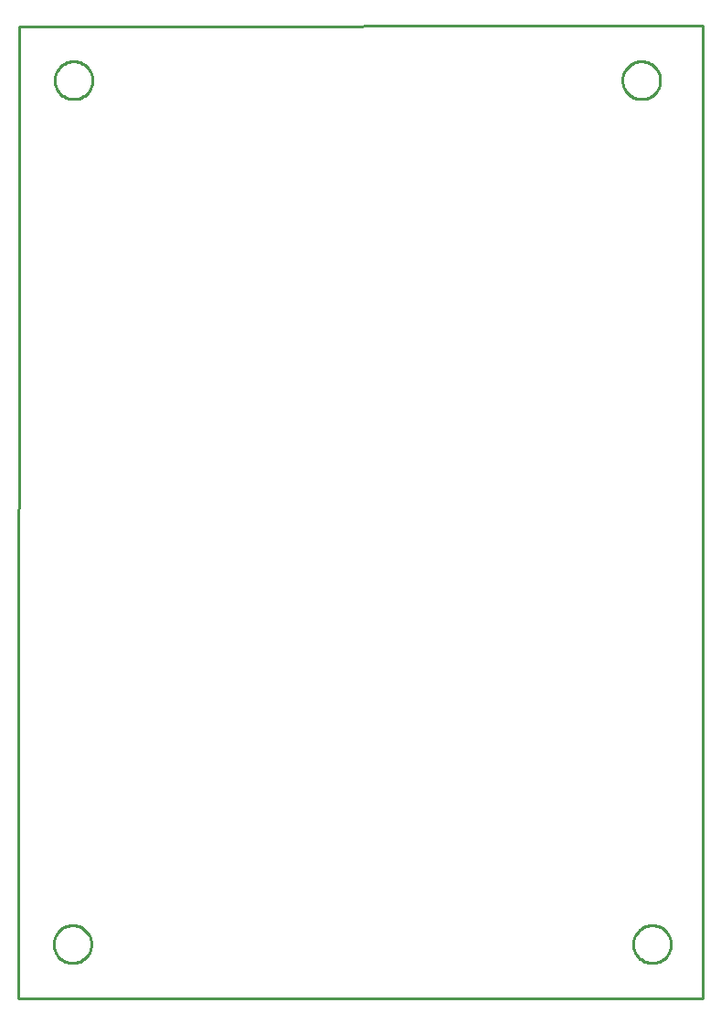
<source format=gko>
G04 EAGLE Gerber RS-274X export*
G75*
%MOMM*%
%FSLAX34Y34*%
%LPD*%
%INBoard Outline*%
%IPPOS*%
%AMOC8*
5,1,8,0,0,1.08239X$1,22.5*%
G01*
%ADD10C,0.000000*%
%ADD11C,0.254000*%


D10*
X-67000Y-85D02*
X567000Y0D01*
X566849Y900630D01*
X-66274Y900169D01*
X-67000Y-85D01*
X492500Y850000D02*
X492505Y850429D01*
X492521Y850859D01*
X492547Y851287D01*
X492584Y851715D01*
X492632Y852142D01*
X492689Y852568D01*
X492758Y852992D01*
X492836Y853414D01*
X492925Y853834D01*
X493024Y854252D01*
X493134Y854667D01*
X493254Y855080D01*
X493383Y855489D01*
X493523Y855896D01*
X493673Y856298D01*
X493832Y856697D01*
X494001Y857092D01*
X494180Y857482D01*
X494369Y857868D01*
X494566Y858249D01*
X494773Y858626D01*
X494990Y858997D01*
X495215Y859362D01*
X495449Y859722D01*
X495692Y860077D01*
X495944Y860425D01*
X496204Y860767D01*
X496472Y861102D01*
X496749Y861431D01*
X497033Y861752D01*
X497326Y862067D01*
X497626Y862374D01*
X497933Y862674D01*
X498248Y862967D01*
X498569Y863251D01*
X498898Y863528D01*
X499233Y863796D01*
X499575Y864056D01*
X499923Y864308D01*
X500278Y864551D01*
X500638Y864785D01*
X501003Y865010D01*
X501374Y865227D01*
X501751Y865434D01*
X502132Y865631D01*
X502518Y865820D01*
X502908Y865999D01*
X503303Y866168D01*
X503702Y866327D01*
X504104Y866477D01*
X504511Y866617D01*
X504920Y866746D01*
X505333Y866866D01*
X505748Y866976D01*
X506166Y867075D01*
X506586Y867164D01*
X507008Y867242D01*
X507432Y867311D01*
X507858Y867368D01*
X508285Y867416D01*
X508713Y867453D01*
X509141Y867479D01*
X509571Y867495D01*
X510000Y867500D01*
X510429Y867495D01*
X510859Y867479D01*
X511287Y867453D01*
X511715Y867416D01*
X512142Y867368D01*
X512568Y867311D01*
X512992Y867242D01*
X513414Y867164D01*
X513834Y867075D01*
X514252Y866976D01*
X514667Y866866D01*
X515080Y866746D01*
X515489Y866617D01*
X515896Y866477D01*
X516298Y866327D01*
X516697Y866168D01*
X517092Y865999D01*
X517482Y865820D01*
X517868Y865631D01*
X518249Y865434D01*
X518626Y865227D01*
X518997Y865010D01*
X519362Y864785D01*
X519722Y864551D01*
X520077Y864308D01*
X520425Y864056D01*
X520767Y863796D01*
X521102Y863528D01*
X521431Y863251D01*
X521752Y862967D01*
X522067Y862674D01*
X522374Y862374D01*
X522674Y862067D01*
X522967Y861752D01*
X523251Y861431D01*
X523528Y861102D01*
X523796Y860767D01*
X524056Y860425D01*
X524308Y860077D01*
X524551Y859722D01*
X524785Y859362D01*
X525010Y858997D01*
X525227Y858626D01*
X525434Y858249D01*
X525631Y857868D01*
X525820Y857482D01*
X525999Y857092D01*
X526168Y856697D01*
X526327Y856298D01*
X526477Y855896D01*
X526617Y855489D01*
X526746Y855080D01*
X526866Y854667D01*
X526976Y854252D01*
X527075Y853834D01*
X527164Y853414D01*
X527242Y852992D01*
X527311Y852568D01*
X527368Y852142D01*
X527416Y851715D01*
X527453Y851287D01*
X527479Y850859D01*
X527495Y850429D01*
X527500Y850000D01*
X527495Y849571D01*
X527479Y849141D01*
X527453Y848713D01*
X527416Y848285D01*
X527368Y847858D01*
X527311Y847432D01*
X527242Y847008D01*
X527164Y846586D01*
X527075Y846166D01*
X526976Y845748D01*
X526866Y845333D01*
X526746Y844920D01*
X526617Y844511D01*
X526477Y844104D01*
X526327Y843702D01*
X526168Y843303D01*
X525999Y842908D01*
X525820Y842518D01*
X525631Y842132D01*
X525434Y841751D01*
X525227Y841374D01*
X525010Y841003D01*
X524785Y840638D01*
X524551Y840278D01*
X524308Y839923D01*
X524056Y839575D01*
X523796Y839233D01*
X523528Y838898D01*
X523251Y838569D01*
X522967Y838248D01*
X522674Y837933D01*
X522374Y837626D01*
X522067Y837326D01*
X521752Y837033D01*
X521431Y836749D01*
X521102Y836472D01*
X520767Y836204D01*
X520425Y835944D01*
X520077Y835692D01*
X519722Y835449D01*
X519362Y835215D01*
X518997Y834990D01*
X518626Y834773D01*
X518249Y834566D01*
X517868Y834369D01*
X517482Y834180D01*
X517092Y834001D01*
X516697Y833832D01*
X516298Y833673D01*
X515896Y833523D01*
X515489Y833383D01*
X515080Y833254D01*
X514667Y833134D01*
X514252Y833024D01*
X513834Y832925D01*
X513414Y832836D01*
X512992Y832758D01*
X512568Y832689D01*
X512142Y832632D01*
X511715Y832584D01*
X511287Y832547D01*
X510859Y832521D01*
X510429Y832505D01*
X510000Y832500D01*
X509571Y832505D01*
X509141Y832521D01*
X508713Y832547D01*
X508285Y832584D01*
X507858Y832632D01*
X507432Y832689D01*
X507008Y832758D01*
X506586Y832836D01*
X506166Y832925D01*
X505748Y833024D01*
X505333Y833134D01*
X504920Y833254D01*
X504511Y833383D01*
X504104Y833523D01*
X503702Y833673D01*
X503303Y833832D01*
X502908Y834001D01*
X502518Y834180D01*
X502132Y834369D01*
X501751Y834566D01*
X501374Y834773D01*
X501003Y834990D01*
X500638Y835215D01*
X500278Y835449D01*
X499923Y835692D01*
X499575Y835944D01*
X499233Y836204D01*
X498898Y836472D01*
X498569Y836749D01*
X498248Y837033D01*
X497933Y837326D01*
X497626Y837626D01*
X497326Y837933D01*
X497033Y838248D01*
X496749Y838569D01*
X496472Y838898D01*
X496204Y839233D01*
X495944Y839575D01*
X495692Y839923D01*
X495449Y840278D01*
X495215Y840638D01*
X494990Y841003D01*
X494773Y841374D01*
X494566Y841751D01*
X494369Y842132D01*
X494180Y842518D01*
X494001Y842908D01*
X493832Y843303D01*
X493673Y843702D01*
X493523Y844104D01*
X493383Y844511D01*
X493254Y844920D01*
X493134Y845333D01*
X493024Y845748D01*
X492925Y846166D01*
X492836Y846586D01*
X492758Y847008D01*
X492689Y847432D01*
X492632Y847858D01*
X492584Y848285D01*
X492547Y848713D01*
X492521Y849141D01*
X492505Y849571D01*
X492500Y850000D01*
X-33500Y850000D02*
X-33495Y850429D01*
X-33479Y850859D01*
X-33453Y851287D01*
X-33416Y851715D01*
X-33368Y852142D01*
X-33311Y852568D01*
X-33242Y852992D01*
X-33164Y853414D01*
X-33075Y853834D01*
X-32976Y854252D01*
X-32866Y854667D01*
X-32746Y855080D01*
X-32617Y855489D01*
X-32477Y855896D01*
X-32327Y856298D01*
X-32168Y856697D01*
X-31999Y857092D01*
X-31820Y857482D01*
X-31631Y857868D01*
X-31434Y858249D01*
X-31227Y858626D01*
X-31010Y858997D01*
X-30785Y859362D01*
X-30551Y859722D01*
X-30308Y860077D01*
X-30056Y860425D01*
X-29796Y860767D01*
X-29528Y861102D01*
X-29251Y861431D01*
X-28967Y861752D01*
X-28674Y862067D01*
X-28374Y862374D01*
X-28067Y862674D01*
X-27752Y862967D01*
X-27431Y863251D01*
X-27102Y863528D01*
X-26767Y863796D01*
X-26425Y864056D01*
X-26077Y864308D01*
X-25722Y864551D01*
X-25362Y864785D01*
X-24997Y865010D01*
X-24626Y865227D01*
X-24249Y865434D01*
X-23868Y865631D01*
X-23482Y865820D01*
X-23092Y865999D01*
X-22697Y866168D01*
X-22298Y866327D01*
X-21896Y866477D01*
X-21489Y866617D01*
X-21080Y866746D01*
X-20667Y866866D01*
X-20252Y866976D01*
X-19834Y867075D01*
X-19414Y867164D01*
X-18992Y867242D01*
X-18568Y867311D01*
X-18142Y867368D01*
X-17715Y867416D01*
X-17287Y867453D01*
X-16859Y867479D01*
X-16429Y867495D01*
X-16000Y867500D01*
X-15571Y867495D01*
X-15141Y867479D01*
X-14713Y867453D01*
X-14285Y867416D01*
X-13858Y867368D01*
X-13432Y867311D01*
X-13008Y867242D01*
X-12586Y867164D01*
X-12166Y867075D01*
X-11748Y866976D01*
X-11333Y866866D01*
X-10920Y866746D01*
X-10511Y866617D01*
X-10104Y866477D01*
X-9702Y866327D01*
X-9303Y866168D01*
X-8908Y865999D01*
X-8518Y865820D01*
X-8132Y865631D01*
X-7751Y865434D01*
X-7374Y865227D01*
X-7003Y865010D01*
X-6638Y864785D01*
X-6278Y864551D01*
X-5923Y864308D01*
X-5575Y864056D01*
X-5233Y863796D01*
X-4898Y863528D01*
X-4569Y863251D01*
X-4248Y862967D01*
X-3933Y862674D01*
X-3626Y862374D01*
X-3326Y862067D01*
X-3033Y861752D01*
X-2749Y861431D01*
X-2472Y861102D01*
X-2204Y860767D01*
X-1944Y860425D01*
X-1692Y860077D01*
X-1449Y859722D01*
X-1215Y859362D01*
X-990Y858997D01*
X-773Y858626D01*
X-566Y858249D01*
X-369Y857868D01*
X-180Y857482D01*
X-1Y857092D01*
X168Y856697D01*
X327Y856298D01*
X477Y855896D01*
X617Y855489D01*
X746Y855080D01*
X866Y854667D01*
X976Y854252D01*
X1075Y853834D01*
X1164Y853414D01*
X1242Y852992D01*
X1311Y852568D01*
X1368Y852142D01*
X1416Y851715D01*
X1453Y851287D01*
X1479Y850859D01*
X1495Y850429D01*
X1500Y850000D01*
X1495Y849571D01*
X1479Y849141D01*
X1453Y848713D01*
X1416Y848285D01*
X1368Y847858D01*
X1311Y847432D01*
X1242Y847008D01*
X1164Y846586D01*
X1075Y846166D01*
X976Y845748D01*
X866Y845333D01*
X746Y844920D01*
X617Y844511D01*
X477Y844104D01*
X327Y843702D01*
X168Y843303D01*
X-1Y842908D01*
X-180Y842518D01*
X-369Y842132D01*
X-566Y841751D01*
X-773Y841374D01*
X-990Y841003D01*
X-1215Y840638D01*
X-1449Y840278D01*
X-1692Y839923D01*
X-1944Y839575D01*
X-2204Y839233D01*
X-2472Y838898D01*
X-2749Y838569D01*
X-3033Y838248D01*
X-3326Y837933D01*
X-3626Y837626D01*
X-3933Y837326D01*
X-4248Y837033D01*
X-4569Y836749D01*
X-4898Y836472D01*
X-5233Y836204D01*
X-5575Y835944D01*
X-5923Y835692D01*
X-6278Y835449D01*
X-6638Y835215D01*
X-7003Y834990D01*
X-7374Y834773D01*
X-7751Y834566D01*
X-8132Y834369D01*
X-8518Y834180D01*
X-8908Y834001D01*
X-9303Y833832D01*
X-9702Y833673D01*
X-10104Y833523D01*
X-10511Y833383D01*
X-10920Y833254D01*
X-11333Y833134D01*
X-11748Y833024D01*
X-12166Y832925D01*
X-12586Y832836D01*
X-13008Y832758D01*
X-13432Y832689D01*
X-13858Y832632D01*
X-14285Y832584D01*
X-14713Y832547D01*
X-15141Y832521D01*
X-15571Y832505D01*
X-16000Y832500D01*
X-16429Y832505D01*
X-16859Y832521D01*
X-17287Y832547D01*
X-17715Y832584D01*
X-18142Y832632D01*
X-18568Y832689D01*
X-18992Y832758D01*
X-19414Y832836D01*
X-19834Y832925D01*
X-20252Y833024D01*
X-20667Y833134D01*
X-21080Y833254D01*
X-21489Y833383D01*
X-21896Y833523D01*
X-22298Y833673D01*
X-22697Y833832D01*
X-23092Y834001D01*
X-23482Y834180D01*
X-23868Y834369D01*
X-24249Y834566D01*
X-24626Y834773D01*
X-24997Y834990D01*
X-25362Y835215D01*
X-25722Y835449D01*
X-26077Y835692D01*
X-26425Y835944D01*
X-26767Y836204D01*
X-27102Y836472D01*
X-27431Y836749D01*
X-27752Y837033D01*
X-28067Y837326D01*
X-28374Y837626D01*
X-28674Y837933D01*
X-28967Y838248D01*
X-29251Y838569D01*
X-29528Y838898D01*
X-29796Y839233D01*
X-30056Y839575D01*
X-30308Y839923D01*
X-30551Y840278D01*
X-30785Y840638D01*
X-31010Y841003D01*
X-31227Y841374D01*
X-31434Y841751D01*
X-31631Y842132D01*
X-31820Y842518D01*
X-31999Y842908D01*
X-32168Y843303D01*
X-32327Y843702D01*
X-32477Y844104D01*
X-32617Y844511D01*
X-32746Y844920D01*
X-32866Y845333D01*
X-32976Y845748D01*
X-33075Y846166D01*
X-33164Y846586D01*
X-33242Y847008D01*
X-33311Y847432D01*
X-33368Y847858D01*
X-33416Y848285D01*
X-33453Y848713D01*
X-33479Y849141D01*
X-33495Y849571D01*
X-33500Y850000D01*
X-34500Y50000D02*
X-34495Y50429D01*
X-34479Y50859D01*
X-34453Y51287D01*
X-34416Y51715D01*
X-34368Y52142D01*
X-34311Y52568D01*
X-34242Y52992D01*
X-34164Y53414D01*
X-34075Y53834D01*
X-33976Y54252D01*
X-33866Y54667D01*
X-33746Y55080D01*
X-33617Y55489D01*
X-33477Y55896D01*
X-33327Y56298D01*
X-33168Y56697D01*
X-32999Y57092D01*
X-32820Y57482D01*
X-32631Y57868D01*
X-32434Y58249D01*
X-32227Y58626D01*
X-32010Y58997D01*
X-31785Y59362D01*
X-31551Y59722D01*
X-31308Y60077D01*
X-31056Y60425D01*
X-30796Y60767D01*
X-30528Y61102D01*
X-30251Y61431D01*
X-29967Y61752D01*
X-29674Y62067D01*
X-29374Y62374D01*
X-29067Y62674D01*
X-28752Y62967D01*
X-28431Y63251D01*
X-28102Y63528D01*
X-27767Y63796D01*
X-27425Y64056D01*
X-27077Y64308D01*
X-26722Y64551D01*
X-26362Y64785D01*
X-25997Y65010D01*
X-25626Y65227D01*
X-25249Y65434D01*
X-24868Y65631D01*
X-24482Y65820D01*
X-24092Y65999D01*
X-23697Y66168D01*
X-23298Y66327D01*
X-22896Y66477D01*
X-22489Y66617D01*
X-22080Y66746D01*
X-21667Y66866D01*
X-21252Y66976D01*
X-20834Y67075D01*
X-20414Y67164D01*
X-19992Y67242D01*
X-19568Y67311D01*
X-19142Y67368D01*
X-18715Y67416D01*
X-18287Y67453D01*
X-17859Y67479D01*
X-17429Y67495D01*
X-17000Y67500D01*
X-16571Y67495D01*
X-16141Y67479D01*
X-15713Y67453D01*
X-15285Y67416D01*
X-14858Y67368D01*
X-14432Y67311D01*
X-14008Y67242D01*
X-13586Y67164D01*
X-13166Y67075D01*
X-12748Y66976D01*
X-12333Y66866D01*
X-11920Y66746D01*
X-11511Y66617D01*
X-11104Y66477D01*
X-10702Y66327D01*
X-10303Y66168D01*
X-9908Y65999D01*
X-9518Y65820D01*
X-9132Y65631D01*
X-8751Y65434D01*
X-8374Y65227D01*
X-8003Y65010D01*
X-7638Y64785D01*
X-7278Y64551D01*
X-6923Y64308D01*
X-6575Y64056D01*
X-6233Y63796D01*
X-5898Y63528D01*
X-5569Y63251D01*
X-5248Y62967D01*
X-4933Y62674D01*
X-4626Y62374D01*
X-4326Y62067D01*
X-4033Y61752D01*
X-3749Y61431D01*
X-3472Y61102D01*
X-3204Y60767D01*
X-2944Y60425D01*
X-2692Y60077D01*
X-2449Y59722D01*
X-2215Y59362D01*
X-1990Y58997D01*
X-1773Y58626D01*
X-1566Y58249D01*
X-1369Y57868D01*
X-1180Y57482D01*
X-1001Y57092D01*
X-832Y56697D01*
X-673Y56298D01*
X-523Y55896D01*
X-383Y55489D01*
X-254Y55080D01*
X-134Y54667D01*
X-24Y54252D01*
X75Y53834D01*
X164Y53414D01*
X242Y52992D01*
X311Y52568D01*
X368Y52142D01*
X416Y51715D01*
X453Y51287D01*
X479Y50859D01*
X495Y50429D01*
X500Y50000D01*
X495Y49571D01*
X479Y49141D01*
X453Y48713D01*
X416Y48285D01*
X368Y47858D01*
X311Y47432D01*
X242Y47008D01*
X164Y46586D01*
X75Y46166D01*
X-24Y45748D01*
X-134Y45333D01*
X-254Y44920D01*
X-383Y44511D01*
X-523Y44104D01*
X-673Y43702D01*
X-832Y43303D01*
X-1001Y42908D01*
X-1180Y42518D01*
X-1369Y42132D01*
X-1566Y41751D01*
X-1773Y41374D01*
X-1990Y41003D01*
X-2215Y40638D01*
X-2449Y40278D01*
X-2692Y39923D01*
X-2944Y39575D01*
X-3204Y39233D01*
X-3472Y38898D01*
X-3749Y38569D01*
X-4033Y38248D01*
X-4326Y37933D01*
X-4626Y37626D01*
X-4933Y37326D01*
X-5248Y37033D01*
X-5569Y36749D01*
X-5898Y36472D01*
X-6233Y36204D01*
X-6575Y35944D01*
X-6923Y35692D01*
X-7278Y35449D01*
X-7638Y35215D01*
X-8003Y34990D01*
X-8374Y34773D01*
X-8751Y34566D01*
X-9132Y34369D01*
X-9518Y34180D01*
X-9908Y34001D01*
X-10303Y33832D01*
X-10702Y33673D01*
X-11104Y33523D01*
X-11511Y33383D01*
X-11920Y33254D01*
X-12333Y33134D01*
X-12748Y33024D01*
X-13166Y32925D01*
X-13586Y32836D01*
X-14008Y32758D01*
X-14432Y32689D01*
X-14858Y32632D01*
X-15285Y32584D01*
X-15713Y32547D01*
X-16141Y32521D01*
X-16571Y32505D01*
X-17000Y32500D01*
X-17429Y32505D01*
X-17859Y32521D01*
X-18287Y32547D01*
X-18715Y32584D01*
X-19142Y32632D01*
X-19568Y32689D01*
X-19992Y32758D01*
X-20414Y32836D01*
X-20834Y32925D01*
X-21252Y33024D01*
X-21667Y33134D01*
X-22080Y33254D01*
X-22489Y33383D01*
X-22896Y33523D01*
X-23298Y33673D01*
X-23697Y33832D01*
X-24092Y34001D01*
X-24482Y34180D01*
X-24868Y34369D01*
X-25249Y34566D01*
X-25626Y34773D01*
X-25997Y34990D01*
X-26362Y35215D01*
X-26722Y35449D01*
X-27077Y35692D01*
X-27425Y35944D01*
X-27767Y36204D01*
X-28102Y36472D01*
X-28431Y36749D01*
X-28752Y37033D01*
X-29067Y37326D01*
X-29374Y37626D01*
X-29674Y37933D01*
X-29967Y38248D01*
X-30251Y38569D01*
X-30528Y38898D01*
X-30796Y39233D01*
X-31056Y39575D01*
X-31308Y39923D01*
X-31551Y40278D01*
X-31785Y40638D01*
X-32010Y41003D01*
X-32227Y41374D01*
X-32434Y41751D01*
X-32631Y42132D01*
X-32820Y42518D01*
X-32999Y42908D01*
X-33168Y43303D01*
X-33327Y43702D01*
X-33477Y44104D01*
X-33617Y44511D01*
X-33746Y44920D01*
X-33866Y45333D01*
X-33976Y45748D01*
X-34075Y46166D01*
X-34164Y46586D01*
X-34242Y47008D01*
X-34311Y47432D01*
X-34368Y47858D01*
X-34416Y48285D01*
X-34453Y48713D01*
X-34479Y49141D01*
X-34495Y49571D01*
X-34500Y50000D01*
X502500Y50000D02*
X502505Y50429D01*
X502521Y50859D01*
X502547Y51287D01*
X502584Y51715D01*
X502632Y52142D01*
X502689Y52568D01*
X502758Y52992D01*
X502836Y53414D01*
X502925Y53834D01*
X503024Y54252D01*
X503134Y54667D01*
X503254Y55080D01*
X503383Y55489D01*
X503523Y55896D01*
X503673Y56298D01*
X503832Y56697D01*
X504001Y57092D01*
X504180Y57482D01*
X504369Y57868D01*
X504566Y58249D01*
X504773Y58626D01*
X504990Y58997D01*
X505215Y59362D01*
X505449Y59722D01*
X505692Y60077D01*
X505944Y60425D01*
X506204Y60767D01*
X506472Y61102D01*
X506749Y61431D01*
X507033Y61752D01*
X507326Y62067D01*
X507626Y62374D01*
X507933Y62674D01*
X508248Y62967D01*
X508569Y63251D01*
X508898Y63528D01*
X509233Y63796D01*
X509575Y64056D01*
X509923Y64308D01*
X510278Y64551D01*
X510638Y64785D01*
X511003Y65010D01*
X511374Y65227D01*
X511751Y65434D01*
X512132Y65631D01*
X512518Y65820D01*
X512908Y65999D01*
X513303Y66168D01*
X513702Y66327D01*
X514104Y66477D01*
X514511Y66617D01*
X514920Y66746D01*
X515333Y66866D01*
X515748Y66976D01*
X516166Y67075D01*
X516586Y67164D01*
X517008Y67242D01*
X517432Y67311D01*
X517858Y67368D01*
X518285Y67416D01*
X518713Y67453D01*
X519141Y67479D01*
X519571Y67495D01*
X520000Y67500D01*
X520429Y67495D01*
X520859Y67479D01*
X521287Y67453D01*
X521715Y67416D01*
X522142Y67368D01*
X522568Y67311D01*
X522992Y67242D01*
X523414Y67164D01*
X523834Y67075D01*
X524252Y66976D01*
X524667Y66866D01*
X525080Y66746D01*
X525489Y66617D01*
X525896Y66477D01*
X526298Y66327D01*
X526697Y66168D01*
X527092Y65999D01*
X527482Y65820D01*
X527868Y65631D01*
X528249Y65434D01*
X528626Y65227D01*
X528997Y65010D01*
X529362Y64785D01*
X529722Y64551D01*
X530077Y64308D01*
X530425Y64056D01*
X530767Y63796D01*
X531102Y63528D01*
X531431Y63251D01*
X531752Y62967D01*
X532067Y62674D01*
X532374Y62374D01*
X532674Y62067D01*
X532967Y61752D01*
X533251Y61431D01*
X533528Y61102D01*
X533796Y60767D01*
X534056Y60425D01*
X534308Y60077D01*
X534551Y59722D01*
X534785Y59362D01*
X535010Y58997D01*
X535227Y58626D01*
X535434Y58249D01*
X535631Y57868D01*
X535820Y57482D01*
X535999Y57092D01*
X536168Y56697D01*
X536327Y56298D01*
X536477Y55896D01*
X536617Y55489D01*
X536746Y55080D01*
X536866Y54667D01*
X536976Y54252D01*
X537075Y53834D01*
X537164Y53414D01*
X537242Y52992D01*
X537311Y52568D01*
X537368Y52142D01*
X537416Y51715D01*
X537453Y51287D01*
X537479Y50859D01*
X537495Y50429D01*
X537500Y50000D01*
X537495Y49571D01*
X537479Y49141D01*
X537453Y48713D01*
X537416Y48285D01*
X537368Y47858D01*
X537311Y47432D01*
X537242Y47008D01*
X537164Y46586D01*
X537075Y46166D01*
X536976Y45748D01*
X536866Y45333D01*
X536746Y44920D01*
X536617Y44511D01*
X536477Y44104D01*
X536327Y43702D01*
X536168Y43303D01*
X535999Y42908D01*
X535820Y42518D01*
X535631Y42132D01*
X535434Y41751D01*
X535227Y41374D01*
X535010Y41003D01*
X534785Y40638D01*
X534551Y40278D01*
X534308Y39923D01*
X534056Y39575D01*
X533796Y39233D01*
X533528Y38898D01*
X533251Y38569D01*
X532967Y38248D01*
X532674Y37933D01*
X532374Y37626D01*
X532067Y37326D01*
X531752Y37033D01*
X531431Y36749D01*
X531102Y36472D01*
X530767Y36204D01*
X530425Y35944D01*
X530077Y35692D01*
X529722Y35449D01*
X529362Y35215D01*
X528997Y34990D01*
X528626Y34773D01*
X528249Y34566D01*
X527868Y34369D01*
X527482Y34180D01*
X527092Y34001D01*
X526697Y33832D01*
X526298Y33673D01*
X525896Y33523D01*
X525489Y33383D01*
X525080Y33254D01*
X524667Y33134D01*
X524252Y33024D01*
X523834Y32925D01*
X523414Y32836D01*
X522992Y32758D01*
X522568Y32689D01*
X522142Y32632D01*
X521715Y32584D01*
X521287Y32547D01*
X520859Y32521D01*
X520429Y32505D01*
X520000Y32500D01*
X519571Y32505D01*
X519141Y32521D01*
X518713Y32547D01*
X518285Y32584D01*
X517858Y32632D01*
X517432Y32689D01*
X517008Y32758D01*
X516586Y32836D01*
X516166Y32925D01*
X515748Y33024D01*
X515333Y33134D01*
X514920Y33254D01*
X514511Y33383D01*
X514104Y33523D01*
X513702Y33673D01*
X513303Y33832D01*
X512908Y34001D01*
X512518Y34180D01*
X512132Y34369D01*
X511751Y34566D01*
X511374Y34773D01*
X511003Y34990D01*
X510638Y35215D01*
X510278Y35449D01*
X509923Y35692D01*
X509575Y35944D01*
X509233Y36204D01*
X508898Y36472D01*
X508569Y36749D01*
X508248Y37033D01*
X507933Y37326D01*
X507626Y37626D01*
X507326Y37933D01*
X507033Y38248D01*
X506749Y38569D01*
X506472Y38898D01*
X506204Y39233D01*
X505944Y39575D01*
X505692Y39923D01*
X505449Y40278D01*
X505215Y40638D01*
X504990Y41003D01*
X504773Y41374D01*
X504566Y41751D01*
X504369Y42132D01*
X504180Y42518D01*
X504001Y42908D01*
X503832Y43303D01*
X503673Y43702D01*
X503523Y44104D01*
X503383Y44511D01*
X503254Y44920D01*
X503134Y45333D01*
X503024Y45748D01*
X502925Y46166D01*
X502836Y46586D01*
X502758Y47008D01*
X502689Y47432D01*
X502632Y47858D01*
X502584Y48285D01*
X502547Y48713D01*
X502521Y49141D01*
X502505Y49571D01*
X502500Y50000D01*
D11*
X-67000Y-85D02*
X567000Y0D01*
X566849Y900630D01*
X-66274Y900169D01*
X-67000Y-85D01*
X527500Y849427D02*
X527425Y848284D01*
X527276Y847148D01*
X527052Y846024D01*
X526755Y844917D01*
X526387Y843832D01*
X525949Y842774D01*
X525442Y841746D01*
X524869Y840754D01*
X524232Y839801D01*
X523535Y838892D01*
X522779Y838031D01*
X521969Y837221D01*
X521108Y836465D01*
X520199Y835768D01*
X519246Y835131D01*
X518254Y834558D01*
X517226Y834051D01*
X516168Y833613D01*
X515083Y833245D01*
X513976Y832948D01*
X512852Y832725D01*
X511716Y832575D01*
X510573Y832500D01*
X509427Y832500D01*
X508284Y832575D01*
X507148Y832725D01*
X506024Y832948D01*
X504917Y833245D01*
X503832Y833613D01*
X502774Y834051D01*
X501746Y834558D01*
X500754Y835131D01*
X499801Y835768D01*
X498892Y836465D01*
X498031Y837221D01*
X497221Y838031D01*
X496465Y838892D01*
X495768Y839801D01*
X495131Y840754D01*
X494558Y841746D01*
X494051Y842774D01*
X493613Y843832D01*
X493245Y844917D01*
X492948Y846024D01*
X492725Y847148D01*
X492575Y848284D01*
X492500Y849427D01*
X492500Y850573D01*
X492575Y851716D01*
X492725Y852852D01*
X492948Y853976D01*
X493245Y855083D01*
X493613Y856168D01*
X494051Y857226D01*
X494558Y858254D01*
X495131Y859246D01*
X495768Y860199D01*
X496465Y861108D01*
X497221Y861969D01*
X498031Y862779D01*
X498892Y863535D01*
X499801Y864232D01*
X500754Y864869D01*
X501746Y865442D01*
X502774Y865949D01*
X503832Y866387D01*
X504917Y866755D01*
X506024Y867052D01*
X507148Y867276D01*
X508284Y867425D01*
X509427Y867500D01*
X510573Y867500D01*
X511716Y867425D01*
X512852Y867276D01*
X513976Y867052D01*
X515083Y866755D01*
X516168Y866387D01*
X517226Y865949D01*
X518254Y865442D01*
X519246Y864869D01*
X520199Y864232D01*
X521108Y863535D01*
X521969Y862779D01*
X522779Y861969D01*
X523535Y861108D01*
X524232Y860199D01*
X524869Y859246D01*
X525442Y858254D01*
X525949Y857226D01*
X526387Y856168D01*
X526755Y855083D01*
X527052Y853976D01*
X527276Y852852D01*
X527425Y851716D01*
X527500Y850573D01*
X527500Y849427D01*
X1500Y849427D02*
X1425Y848284D01*
X1276Y847148D01*
X1052Y846024D01*
X755Y844917D01*
X387Y843832D01*
X-51Y842774D01*
X-558Y841746D01*
X-1131Y840754D01*
X-1768Y839801D01*
X-2465Y838892D01*
X-3221Y838031D01*
X-4031Y837221D01*
X-4892Y836465D01*
X-5801Y835768D01*
X-6754Y835131D01*
X-7746Y834558D01*
X-8774Y834051D01*
X-9832Y833613D01*
X-10917Y833245D01*
X-12024Y832948D01*
X-13148Y832725D01*
X-14284Y832575D01*
X-15427Y832500D01*
X-16573Y832500D01*
X-17716Y832575D01*
X-18852Y832725D01*
X-19976Y832948D01*
X-21083Y833245D01*
X-22168Y833613D01*
X-23226Y834051D01*
X-24254Y834558D01*
X-25246Y835131D01*
X-26199Y835768D01*
X-27108Y836465D01*
X-27969Y837221D01*
X-28779Y838031D01*
X-29535Y838892D01*
X-30232Y839801D01*
X-30869Y840754D01*
X-31442Y841746D01*
X-31949Y842774D01*
X-32387Y843832D01*
X-32755Y844917D01*
X-33052Y846024D01*
X-33276Y847148D01*
X-33425Y848284D01*
X-33500Y849427D01*
X-33500Y850573D01*
X-33425Y851716D01*
X-33276Y852852D01*
X-33052Y853976D01*
X-32755Y855083D01*
X-32387Y856168D01*
X-31949Y857226D01*
X-31442Y858254D01*
X-30869Y859246D01*
X-30232Y860199D01*
X-29535Y861108D01*
X-28779Y861969D01*
X-27969Y862779D01*
X-27108Y863535D01*
X-26199Y864232D01*
X-25246Y864869D01*
X-24254Y865442D01*
X-23226Y865949D01*
X-22168Y866387D01*
X-21083Y866755D01*
X-19976Y867052D01*
X-18852Y867276D01*
X-17716Y867425D01*
X-16573Y867500D01*
X-15427Y867500D01*
X-14284Y867425D01*
X-13148Y867276D01*
X-12024Y867052D01*
X-10917Y866755D01*
X-9832Y866387D01*
X-8774Y865949D01*
X-7746Y865442D01*
X-6754Y864869D01*
X-5801Y864232D01*
X-4892Y863535D01*
X-4031Y862779D01*
X-3221Y861969D01*
X-2465Y861108D01*
X-1768Y860199D01*
X-1131Y859246D01*
X-558Y858254D01*
X-51Y857226D01*
X387Y856168D01*
X755Y855083D01*
X1052Y853976D01*
X1276Y852852D01*
X1425Y851716D01*
X1500Y850573D01*
X1500Y849427D01*
X500Y49427D02*
X425Y48284D01*
X276Y47148D01*
X52Y46024D01*
X-245Y44917D01*
X-613Y43832D01*
X-1051Y42774D01*
X-1558Y41746D01*
X-2131Y40754D01*
X-2768Y39801D01*
X-3465Y38892D01*
X-4221Y38031D01*
X-5031Y37221D01*
X-5892Y36465D01*
X-6801Y35768D01*
X-7754Y35131D01*
X-8746Y34558D01*
X-9774Y34051D01*
X-10832Y33613D01*
X-11917Y33245D01*
X-13024Y32948D01*
X-14148Y32725D01*
X-15284Y32575D01*
X-16427Y32500D01*
X-17573Y32500D01*
X-18716Y32575D01*
X-19852Y32725D01*
X-20976Y32948D01*
X-22083Y33245D01*
X-23168Y33613D01*
X-24226Y34051D01*
X-25254Y34558D01*
X-26246Y35131D01*
X-27199Y35768D01*
X-28108Y36465D01*
X-28969Y37221D01*
X-29779Y38031D01*
X-30535Y38892D01*
X-31232Y39801D01*
X-31869Y40754D01*
X-32442Y41746D01*
X-32949Y42774D01*
X-33387Y43832D01*
X-33755Y44917D01*
X-34052Y46024D01*
X-34276Y47148D01*
X-34425Y48284D01*
X-34500Y49427D01*
X-34500Y50573D01*
X-34425Y51716D01*
X-34276Y52852D01*
X-34052Y53976D01*
X-33755Y55083D01*
X-33387Y56168D01*
X-32949Y57226D01*
X-32442Y58254D01*
X-31869Y59246D01*
X-31232Y60199D01*
X-30535Y61108D01*
X-29779Y61969D01*
X-28969Y62779D01*
X-28108Y63535D01*
X-27199Y64232D01*
X-26246Y64869D01*
X-25254Y65442D01*
X-24226Y65949D01*
X-23168Y66387D01*
X-22083Y66755D01*
X-20976Y67052D01*
X-19852Y67276D01*
X-18716Y67425D01*
X-17573Y67500D01*
X-16427Y67500D01*
X-15284Y67425D01*
X-14148Y67276D01*
X-13024Y67052D01*
X-11917Y66755D01*
X-10832Y66387D01*
X-9774Y65949D01*
X-8746Y65442D01*
X-7754Y64869D01*
X-6801Y64232D01*
X-5892Y63535D01*
X-5031Y62779D01*
X-4221Y61969D01*
X-3465Y61108D01*
X-2768Y60199D01*
X-2131Y59246D01*
X-1558Y58254D01*
X-1051Y57226D01*
X-613Y56168D01*
X-245Y55083D01*
X52Y53976D01*
X276Y52852D01*
X425Y51716D01*
X500Y50573D01*
X500Y49427D01*
X537500Y49427D02*
X537425Y48284D01*
X537276Y47148D01*
X537052Y46024D01*
X536755Y44917D01*
X536387Y43832D01*
X535949Y42774D01*
X535442Y41746D01*
X534869Y40754D01*
X534232Y39801D01*
X533535Y38892D01*
X532779Y38031D01*
X531969Y37221D01*
X531108Y36465D01*
X530199Y35768D01*
X529246Y35131D01*
X528254Y34558D01*
X527226Y34051D01*
X526168Y33613D01*
X525083Y33245D01*
X523976Y32948D01*
X522852Y32725D01*
X521716Y32575D01*
X520573Y32500D01*
X519427Y32500D01*
X518284Y32575D01*
X517148Y32725D01*
X516024Y32948D01*
X514917Y33245D01*
X513832Y33613D01*
X512774Y34051D01*
X511746Y34558D01*
X510754Y35131D01*
X509801Y35768D01*
X508892Y36465D01*
X508031Y37221D01*
X507221Y38031D01*
X506465Y38892D01*
X505768Y39801D01*
X505131Y40754D01*
X504558Y41746D01*
X504051Y42774D01*
X503613Y43832D01*
X503245Y44917D01*
X502948Y46024D01*
X502725Y47148D01*
X502575Y48284D01*
X502500Y49427D01*
X502500Y50573D01*
X502575Y51716D01*
X502725Y52852D01*
X502948Y53976D01*
X503245Y55083D01*
X503613Y56168D01*
X504051Y57226D01*
X504558Y58254D01*
X505131Y59246D01*
X505768Y60199D01*
X506465Y61108D01*
X507221Y61969D01*
X508031Y62779D01*
X508892Y63535D01*
X509801Y64232D01*
X510754Y64869D01*
X511746Y65442D01*
X512774Y65949D01*
X513832Y66387D01*
X514917Y66755D01*
X516024Y67052D01*
X517148Y67276D01*
X518284Y67425D01*
X519427Y67500D01*
X520573Y67500D01*
X521716Y67425D01*
X522852Y67276D01*
X523976Y67052D01*
X525083Y66755D01*
X526168Y66387D01*
X527226Y65949D01*
X528254Y65442D01*
X529246Y64869D01*
X530199Y64232D01*
X531108Y63535D01*
X531969Y62779D01*
X532779Y61969D01*
X533535Y61108D01*
X534232Y60199D01*
X534869Y59246D01*
X535442Y58254D01*
X535949Y57226D01*
X536387Y56168D01*
X536755Y55083D01*
X537052Y53976D01*
X537276Y52852D01*
X537425Y51716D01*
X537500Y50573D01*
X537500Y49427D01*
M02*

</source>
